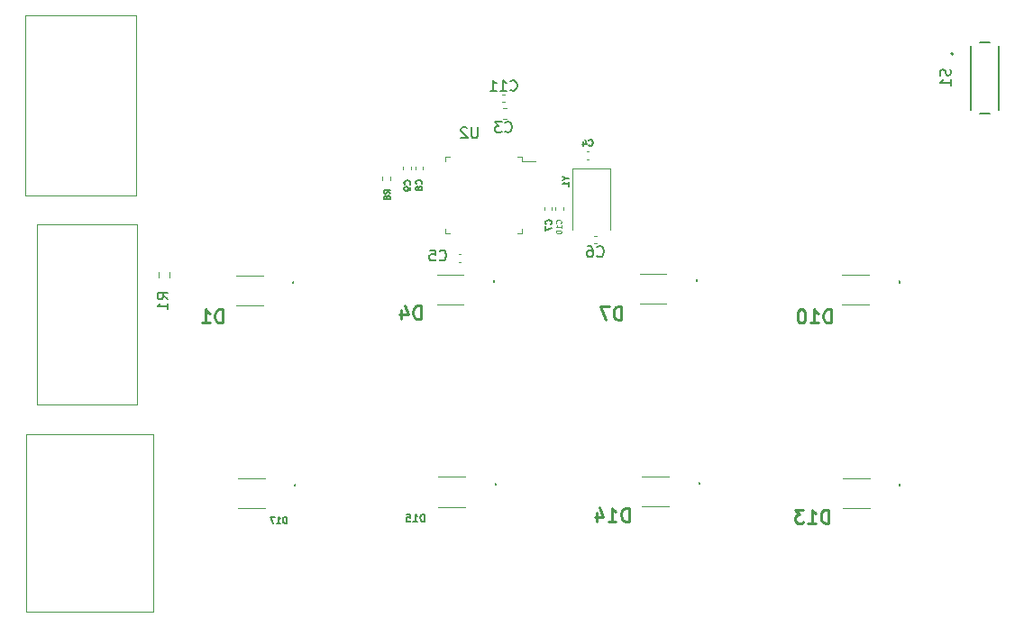
<source format=gbr>
%TF.GenerationSoftware,KiCad,Pcbnew,(6.0.10)*%
%TF.CreationDate,2023-03-05T14:49:45+05:30*%
%TF.ProjectId,keyboardv3,6b657962-6f61-4726-9476-332e6b696361,rev?*%
%TF.SameCoordinates,Original*%
%TF.FileFunction,Legend,Bot*%
%TF.FilePolarity,Positive*%
%FSLAX46Y46*%
G04 Gerber Fmt 4.6, Leading zero omitted, Abs format (unit mm)*
G04 Created by KiCad (PCBNEW (6.0.10)) date 2023-03-05 14:49:45*
%MOMM*%
%LPD*%
G01*
G04 APERTURE LIST*
%ADD10C,0.254000*%
%ADD11C,0.150000*%
%ADD12C,0.125000*%
%ADD13C,0.175000*%
%ADD14C,0.100000*%
%ADD15C,0.200000*%
%ADD16C,0.120000*%
%ADD17C,0.127000*%
G04 APERTURE END LIST*
D10*
%TO.C,D4*%
X69537380Y-63774523D02*
X69537380Y-62504523D01*
X69235000Y-62504523D01*
X69053571Y-62565000D01*
X68932619Y-62685952D01*
X68872142Y-62806904D01*
X68811666Y-63048809D01*
X68811666Y-63230238D01*
X68872142Y-63472142D01*
X68932619Y-63593095D01*
X69053571Y-63714047D01*
X69235000Y-63774523D01*
X69537380Y-63774523D01*
X67723095Y-62927857D02*
X67723095Y-63774523D01*
X68025476Y-62444047D02*
X68327857Y-63351190D01*
X67541666Y-63351190D01*
D11*
%TO.C,C8*%
X69594285Y-51080000D02*
X69622857Y-51051428D01*
X69651428Y-50965714D01*
X69651428Y-50908571D01*
X69622857Y-50822857D01*
X69565714Y-50765714D01*
X69508571Y-50737142D01*
X69394285Y-50708571D01*
X69308571Y-50708571D01*
X69194285Y-50737142D01*
X69137142Y-50765714D01*
X69080000Y-50822857D01*
X69051428Y-50908571D01*
X69051428Y-50965714D01*
X69080000Y-51051428D01*
X69108571Y-51080000D01*
X69308571Y-51422857D02*
X69280000Y-51365714D01*
X69251428Y-51337142D01*
X69194285Y-51308571D01*
X69165714Y-51308571D01*
X69108571Y-51337142D01*
X69080000Y-51365714D01*
X69051428Y-51422857D01*
X69051428Y-51537142D01*
X69080000Y-51594285D01*
X69108571Y-51622857D01*
X69165714Y-51651428D01*
X69194285Y-51651428D01*
X69251428Y-51622857D01*
X69280000Y-51594285D01*
X69308571Y-51537142D01*
X69308571Y-51422857D01*
X69337142Y-51365714D01*
X69365714Y-51337142D01*
X69422857Y-51308571D01*
X69537142Y-51308571D01*
X69594285Y-51337142D01*
X69622857Y-51365714D01*
X69651428Y-51422857D01*
X69651428Y-51537142D01*
X69622857Y-51594285D01*
X69594285Y-51622857D01*
X69537142Y-51651428D01*
X69422857Y-51651428D01*
X69365714Y-51622857D01*
X69337142Y-51594285D01*
X69308571Y-51537142D01*
D12*
%TO.C,C10*%
X82678571Y-54758571D02*
X82702380Y-54734761D01*
X82726190Y-54663333D01*
X82726190Y-54615714D01*
X82702380Y-54544285D01*
X82654761Y-54496666D01*
X82607142Y-54472857D01*
X82511904Y-54449047D01*
X82440476Y-54449047D01*
X82345238Y-54472857D01*
X82297619Y-54496666D01*
X82250000Y-54544285D01*
X82226190Y-54615714D01*
X82226190Y-54663333D01*
X82250000Y-54734761D01*
X82273809Y-54758571D01*
X82726190Y-55234761D02*
X82726190Y-54949047D01*
X82726190Y-55091904D02*
X82226190Y-55091904D01*
X82297619Y-55044285D01*
X82345238Y-54996666D01*
X82369047Y-54949047D01*
X82226190Y-55544285D02*
X82226190Y-55591904D01*
X82250000Y-55639523D01*
X82273809Y-55663333D01*
X82321428Y-55687142D01*
X82416666Y-55710952D01*
X82535714Y-55710952D01*
X82630952Y-55687142D01*
X82678571Y-55663333D01*
X82702380Y-55639523D01*
X82726190Y-55591904D01*
X82726190Y-55544285D01*
X82702380Y-55496666D01*
X82678571Y-55472857D01*
X82630952Y-55449047D01*
X82535714Y-55425238D01*
X82416666Y-55425238D01*
X82321428Y-55449047D01*
X82273809Y-55472857D01*
X82250000Y-55496666D01*
X82226190Y-55544285D01*
D11*
%TO.C,U2*%
X74871904Y-45742380D02*
X74871904Y-46551904D01*
X74824285Y-46647142D01*
X74776666Y-46694761D01*
X74681428Y-46742380D01*
X74490952Y-46742380D01*
X74395714Y-46694761D01*
X74348095Y-46647142D01*
X74300476Y-46551904D01*
X74300476Y-45742380D01*
X73871904Y-45837619D02*
X73824285Y-45790000D01*
X73729047Y-45742380D01*
X73490952Y-45742380D01*
X73395714Y-45790000D01*
X73348095Y-45837619D01*
X73300476Y-45932857D01*
X73300476Y-46028095D01*
X73348095Y-46170952D01*
X73919523Y-46742380D01*
X73300476Y-46742380D01*
D10*
%TO.C,D14*%
X89062142Y-82794523D02*
X89062142Y-81524523D01*
X88759761Y-81524523D01*
X88578333Y-81585000D01*
X88457380Y-81705952D01*
X88396904Y-81826904D01*
X88336428Y-82068809D01*
X88336428Y-82250238D01*
X88396904Y-82492142D01*
X88457380Y-82613095D01*
X88578333Y-82734047D01*
X88759761Y-82794523D01*
X89062142Y-82794523D01*
X87126904Y-82794523D02*
X87852619Y-82794523D01*
X87489761Y-82794523D02*
X87489761Y-81524523D01*
X87610714Y-81705952D01*
X87731666Y-81826904D01*
X87852619Y-81887380D01*
X86038333Y-81947857D02*
X86038333Y-82794523D01*
X86340714Y-81464047D02*
X86643095Y-82371190D01*
X85856904Y-82371190D01*
D11*
%TO.C,R1*%
X45782380Y-61913333D02*
X45306190Y-61580000D01*
X45782380Y-61341904D02*
X44782380Y-61341904D01*
X44782380Y-61722857D01*
X44830000Y-61818095D01*
X44877619Y-61865714D01*
X44972857Y-61913333D01*
X45115714Y-61913333D01*
X45210952Y-61865714D01*
X45258571Y-61818095D01*
X45306190Y-61722857D01*
X45306190Y-61341904D01*
X45782380Y-62865714D02*
X45782380Y-62294285D01*
X45782380Y-62580000D02*
X44782380Y-62580000D01*
X44925238Y-62484761D01*
X45020476Y-62389523D01*
X45068095Y-62294285D01*
%TO.C,C3*%
X77456666Y-46137142D02*
X77504285Y-46184761D01*
X77647142Y-46232380D01*
X77742380Y-46232380D01*
X77885238Y-46184761D01*
X77980476Y-46089523D01*
X78028095Y-45994285D01*
X78075714Y-45803809D01*
X78075714Y-45660952D01*
X78028095Y-45470476D01*
X77980476Y-45375238D01*
X77885238Y-45280000D01*
X77742380Y-45232380D01*
X77647142Y-45232380D01*
X77504285Y-45280000D01*
X77456666Y-45327619D01*
X77123333Y-45232380D02*
X76504285Y-45232380D01*
X76837619Y-45613333D01*
X76694761Y-45613333D01*
X76599523Y-45660952D01*
X76551904Y-45708571D01*
X76504285Y-45803809D01*
X76504285Y-46041904D01*
X76551904Y-46137142D01*
X76599523Y-46184761D01*
X76694761Y-46232380D01*
X76980476Y-46232380D01*
X77075714Y-46184761D01*
X77123333Y-46137142D01*
%TO.C,C5*%
X71286666Y-58197142D02*
X71334285Y-58244761D01*
X71477142Y-58292380D01*
X71572380Y-58292380D01*
X71715238Y-58244761D01*
X71810476Y-58149523D01*
X71858095Y-58054285D01*
X71905714Y-57863809D01*
X71905714Y-57720952D01*
X71858095Y-57530476D01*
X71810476Y-57435238D01*
X71715238Y-57340000D01*
X71572380Y-57292380D01*
X71477142Y-57292380D01*
X71334285Y-57340000D01*
X71286666Y-57387619D01*
X70381904Y-57292380D02*
X70858095Y-57292380D01*
X70905714Y-57768571D01*
X70858095Y-57720952D01*
X70762857Y-57673333D01*
X70524761Y-57673333D01*
X70429523Y-57720952D01*
X70381904Y-57768571D01*
X70334285Y-57863809D01*
X70334285Y-58101904D01*
X70381904Y-58197142D01*
X70429523Y-58244761D01*
X70524761Y-58292380D01*
X70762857Y-58292380D01*
X70858095Y-58244761D01*
X70905714Y-58197142D01*
%TO.C,C9*%
X68504285Y-51120000D02*
X68532857Y-51091428D01*
X68561428Y-51005714D01*
X68561428Y-50948571D01*
X68532857Y-50862857D01*
X68475714Y-50805714D01*
X68418571Y-50777142D01*
X68304285Y-50748571D01*
X68218571Y-50748571D01*
X68104285Y-50777142D01*
X68047142Y-50805714D01*
X67990000Y-50862857D01*
X67961428Y-50948571D01*
X67961428Y-51005714D01*
X67990000Y-51091428D01*
X68018571Y-51120000D01*
X68561428Y-51405714D02*
X68561428Y-51520000D01*
X68532857Y-51577142D01*
X68504285Y-51605714D01*
X68418571Y-51662857D01*
X68304285Y-51691428D01*
X68075714Y-51691428D01*
X68018571Y-51662857D01*
X67990000Y-51634285D01*
X67961428Y-51577142D01*
X67961428Y-51462857D01*
X67990000Y-51405714D01*
X68018571Y-51377142D01*
X68075714Y-51348571D01*
X68218571Y-51348571D01*
X68275714Y-51377142D01*
X68304285Y-51405714D01*
X68332857Y-51462857D01*
X68332857Y-51577142D01*
X68304285Y-51634285D01*
X68275714Y-51662857D01*
X68218571Y-51691428D01*
%TO.C,S1*%
X119254854Y-40297921D02*
X119302484Y-40440811D01*
X119302484Y-40678960D01*
X119254854Y-40774220D01*
X119207224Y-40821850D01*
X119111964Y-40869480D01*
X119016704Y-40869480D01*
X118921444Y-40821850D01*
X118873814Y-40774220D01*
X118826185Y-40678960D01*
X118778555Y-40488441D01*
X118730925Y-40393181D01*
X118683295Y-40345551D01*
X118588035Y-40297921D01*
X118492775Y-40297921D01*
X118397515Y-40345551D01*
X118349886Y-40393181D01*
X118302256Y-40488441D01*
X118302256Y-40726590D01*
X118349886Y-40869480D01*
X119302484Y-41822078D02*
X119302484Y-41250519D01*
X119302484Y-41536299D02*
X118302256Y-41536299D01*
X118445145Y-41441039D01*
X118540405Y-41345779D01*
X118588035Y-41250519D01*
%TO.C,D17*%
X56908571Y-82941428D02*
X56908571Y-82341428D01*
X56765714Y-82341428D01*
X56680000Y-82370000D01*
X56622857Y-82427142D01*
X56594285Y-82484285D01*
X56565714Y-82598571D01*
X56565714Y-82684285D01*
X56594285Y-82798571D01*
X56622857Y-82855714D01*
X56680000Y-82912857D01*
X56765714Y-82941428D01*
X56908571Y-82941428D01*
X55994285Y-82941428D02*
X56337142Y-82941428D01*
X56165714Y-82941428D02*
X56165714Y-82341428D01*
X56222857Y-82427142D01*
X56280000Y-82484285D01*
X56337142Y-82512857D01*
X55794285Y-82341428D02*
X55394285Y-82341428D01*
X55651428Y-82941428D01*
D10*
%TO.C,D1*%
X50907380Y-64124523D02*
X50907380Y-62854523D01*
X50605000Y-62854523D01*
X50423571Y-62915000D01*
X50302619Y-63035952D01*
X50242142Y-63156904D01*
X50181666Y-63398809D01*
X50181666Y-63580238D01*
X50242142Y-63822142D01*
X50302619Y-63943095D01*
X50423571Y-64064047D01*
X50605000Y-64124523D01*
X50907380Y-64124523D01*
X48972142Y-64124523D02*
X49697857Y-64124523D01*
X49335000Y-64124523D02*
X49335000Y-62854523D01*
X49455952Y-63035952D01*
X49576904Y-63156904D01*
X49697857Y-63217380D01*
D11*
%TO.C,R8*%
X66671428Y-51960000D02*
X66385714Y-51760000D01*
X66671428Y-51617142D02*
X66071428Y-51617142D01*
X66071428Y-51845714D01*
X66100000Y-51902857D01*
X66128571Y-51931428D01*
X66185714Y-51960000D01*
X66271428Y-51960000D01*
X66328571Y-51931428D01*
X66357142Y-51902857D01*
X66385714Y-51845714D01*
X66385714Y-51617142D01*
X66328571Y-52302857D02*
X66300000Y-52245714D01*
X66271428Y-52217142D01*
X66214285Y-52188571D01*
X66185714Y-52188571D01*
X66128571Y-52217142D01*
X66100000Y-52245714D01*
X66071428Y-52302857D01*
X66071428Y-52417142D01*
X66100000Y-52474285D01*
X66128571Y-52502857D01*
X66185714Y-52531428D01*
X66214285Y-52531428D01*
X66271428Y-52502857D01*
X66300000Y-52474285D01*
X66328571Y-52417142D01*
X66328571Y-52302857D01*
X66357142Y-52245714D01*
X66385714Y-52217142D01*
X66442857Y-52188571D01*
X66557142Y-52188571D01*
X66614285Y-52217142D01*
X66642857Y-52245714D01*
X66671428Y-52302857D01*
X66671428Y-52417142D01*
X66642857Y-52474285D01*
X66614285Y-52502857D01*
X66557142Y-52531428D01*
X66442857Y-52531428D01*
X66385714Y-52502857D01*
X66357142Y-52474285D01*
X66328571Y-52417142D01*
D10*
%TO.C,D13*%
X107832142Y-82944523D02*
X107832142Y-81674523D01*
X107529761Y-81674523D01*
X107348333Y-81735000D01*
X107227380Y-81855952D01*
X107166904Y-81976904D01*
X107106428Y-82218809D01*
X107106428Y-82400238D01*
X107166904Y-82642142D01*
X107227380Y-82763095D01*
X107348333Y-82884047D01*
X107529761Y-82944523D01*
X107832142Y-82944523D01*
X105896904Y-82944523D02*
X106622619Y-82944523D01*
X106259761Y-82944523D02*
X106259761Y-81674523D01*
X106380714Y-81855952D01*
X106501666Y-81976904D01*
X106622619Y-82037380D01*
X105473571Y-81674523D02*
X104687380Y-81674523D01*
X105110714Y-82158333D01*
X104929285Y-82158333D01*
X104808333Y-82218809D01*
X104747857Y-82279285D01*
X104687380Y-82400238D01*
X104687380Y-82702619D01*
X104747857Y-82823571D01*
X104808333Y-82884047D01*
X104929285Y-82944523D01*
X105292142Y-82944523D01*
X105413095Y-82884047D01*
X105473571Y-82823571D01*
D11*
%TO.C,C7*%
X81764285Y-54840000D02*
X81792857Y-54811428D01*
X81821428Y-54725714D01*
X81821428Y-54668571D01*
X81792857Y-54582857D01*
X81735714Y-54525714D01*
X81678571Y-54497142D01*
X81564285Y-54468571D01*
X81478571Y-54468571D01*
X81364285Y-54497142D01*
X81307142Y-54525714D01*
X81250000Y-54582857D01*
X81221428Y-54668571D01*
X81221428Y-54725714D01*
X81250000Y-54811428D01*
X81278571Y-54840000D01*
X81221428Y-55040000D02*
X81221428Y-55440000D01*
X81821428Y-55182857D01*
%TO.C,Y1*%
X83185714Y-50554285D02*
X83471428Y-50554285D01*
X82871428Y-50354285D02*
X83185714Y-50554285D01*
X82871428Y-50754285D01*
X83471428Y-51268571D02*
X83471428Y-50925714D01*
X83471428Y-51097142D02*
X82871428Y-51097142D01*
X82957142Y-51040000D01*
X83014285Y-50982857D01*
X83042857Y-50925714D01*
%TO.C,C4*%
X85320000Y-47444285D02*
X85348571Y-47472857D01*
X85434285Y-47501428D01*
X85491428Y-47501428D01*
X85577142Y-47472857D01*
X85634285Y-47415714D01*
X85662857Y-47358571D01*
X85691428Y-47244285D01*
X85691428Y-47158571D01*
X85662857Y-47044285D01*
X85634285Y-46987142D01*
X85577142Y-46930000D01*
X85491428Y-46901428D01*
X85434285Y-46901428D01*
X85348571Y-46930000D01*
X85320000Y-46958571D01*
X84805714Y-47101428D02*
X84805714Y-47501428D01*
X84948571Y-46872857D02*
X85091428Y-47301428D01*
X84720000Y-47301428D01*
%TO.C,C11*%
X77952857Y-42227142D02*
X78000476Y-42274761D01*
X78143333Y-42322380D01*
X78238571Y-42322380D01*
X78381428Y-42274761D01*
X78476666Y-42179523D01*
X78524285Y-42084285D01*
X78571904Y-41893809D01*
X78571904Y-41750952D01*
X78524285Y-41560476D01*
X78476666Y-41465238D01*
X78381428Y-41370000D01*
X78238571Y-41322380D01*
X78143333Y-41322380D01*
X78000476Y-41370000D01*
X77952857Y-41417619D01*
X77000476Y-42322380D02*
X77571904Y-42322380D01*
X77286190Y-42322380D02*
X77286190Y-41322380D01*
X77381428Y-41465238D01*
X77476666Y-41560476D01*
X77571904Y-41608095D01*
X76048095Y-42322380D02*
X76619523Y-42322380D01*
X76333809Y-42322380D02*
X76333809Y-41322380D01*
X76429047Y-41465238D01*
X76524285Y-41560476D01*
X76619523Y-41608095D01*
D10*
%TO.C,D10*%
X108052142Y-64124523D02*
X108052142Y-62854523D01*
X107749761Y-62854523D01*
X107568333Y-62915000D01*
X107447380Y-63035952D01*
X107386904Y-63156904D01*
X107326428Y-63398809D01*
X107326428Y-63580238D01*
X107386904Y-63822142D01*
X107447380Y-63943095D01*
X107568333Y-64064047D01*
X107749761Y-64124523D01*
X108052142Y-64124523D01*
X106116904Y-64124523D02*
X106842619Y-64124523D01*
X106479761Y-64124523D02*
X106479761Y-62854523D01*
X106600714Y-63035952D01*
X106721666Y-63156904D01*
X106842619Y-63217380D01*
X105330714Y-62854523D02*
X105209761Y-62854523D01*
X105088809Y-62915000D01*
X105028333Y-62975476D01*
X104967857Y-63096428D01*
X104907380Y-63338333D01*
X104907380Y-63640714D01*
X104967857Y-63882619D01*
X105028333Y-64003571D01*
X105088809Y-64064047D01*
X105209761Y-64124523D01*
X105330714Y-64124523D01*
X105451666Y-64064047D01*
X105512142Y-64003571D01*
X105572619Y-63882619D01*
X105633095Y-63640714D01*
X105633095Y-63338333D01*
X105572619Y-63096428D01*
X105512142Y-62975476D01*
X105451666Y-62915000D01*
X105330714Y-62854523D01*
D13*
%TO.C,D15*%
X69890000Y-82796666D02*
X69890000Y-82096666D01*
X69723333Y-82096666D01*
X69623333Y-82130000D01*
X69556666Y-82196666D01*
X69523333Y-82263333D01*
X69490000Y-82396666D01*
X69490000Y-82496666D01*
X69523333Y-82630000D01*
X69556666Y-82696666D01*
X69623333Y-82763333D01*
X69723333Y-82796666D01*
X69890000Y-82796666D01*
X68823333Y-82796666D02*
X69223333Y-82796666D01*
X69023333Y-82796666D02*
X69023333Y-82096666D01*
X69090000Y-82196666D01*
X69156666Y-82263333D01*
X69223333Y-82296666D01*
X68190000Y-82096666D02*
X68523333Y-82096666D01*
X68556666Y-82430000D01*
X68523333Y-82396666D01*
X68456666Y-82363333D01*
X68290000Y-82363333D01*
X68223333Y-82396666D01*
X68190000Y-82430000D01*
X68156666Y-82496666D01*
X68156666Y-82663333D01*
X68190000Y-82730000D01*
X68223333Y-82763333D01*
X68290000Y-82796666D01*
X68456666Y-82796666D01*
X68523333Y-82763333D01*
X68556666Y-82730000D01*
D11*
%TO.C,C6*%
X86096666Y-57827142D02*
X86144285Y-57874761D01*
X86287142Y-57922380D01*
X86382380Y-57922380D01*
X86525238Y-57874761D01*
X86620476Y-57779523D01*
X86668095Y-57684285D01*
X86715714Y-57493809D01*
X86715714Y-57350952D01*
X86668095Y-57160476D01*
X86620476Y-57065238D01*
X86525238Y-56970000D01*
X86382380Y-56922380D01*
X86287142Y-56922380D01*
X86144285Y-56970000D01*
X86096666Y-57017619D01*
X85239523Y-56922380D02*
X85430000Y-56922380D01*
X85525238Y-56970000D01*
X85572857Y-57017619D01*
X85668095Y-57160476D01*
X85715714Y-57350952D01*
X85715714Y-57731904D01*
X85668095Y-57827142D01*
X85620476Y-57874761D01*
X85525238Y-57922380D01*
X85334761Y-57922380D01*
X85239523Y-57874761D01*
X85191904Y-57827142D01*
X85144285Y-57731904D01*
X85144285Y-57493809D01*
X85191904Y-57398571D01*
X85239523Y-57350952D01*
X85334761Y-57303333D01*
X85525238Y-57303333D01*
X85620476Y-57350952D01*
X85668095Y-57398571D01*
X85715714Y-57493809D01*
D10*
%TO.C,D7*%
X88357380Y-63854523D02*
X88357380Y-62584523D01*
X88055000Y-62584523D01*
X87873571Y-62645000D01*
X87752619Y-62765952D01*
X87692142Y-62886904D01*
X87631666Y-63128809D01*
X87631666Y-63310238D01*
X87692142Y-63552142D01*
X87752619Y-63673095D01*
X87873571Y-63794047D01*
X88055000Y-63854523D01*
X88357380Y-63854523D01*
X87208333Y-62584523D02*
X86361666Y-62584523D01*
X86905952Y-63854523D01*
D14*
%TO.C,D4*%
X71045000Y-59570000D02*
X71045000Y-59570000D01*
X73545000Y-59570000D02*
X73545000Y-59570000D01*
D15*
X76395000Y-60270000D02*
X76395000Y-60270000D01*
D14*
X71045000Y-62370000D02*
X73545000Y-62370000D01*
D15*
X76395000Y-60170000D02*
X76395000Y-60170000D01*
D14*
X73545000Y-62370000D02*
X71045000Y-62370000D01*
D15*
X76395000Y-60270000D02*
X76395000Y-60270000D01*
D14*
X71045000Y-59570000D02*
X73545000Y-59570000D01*
X73545000Y-62370000D02*
X73545000Y-62370000D01*
X73545000Y-59570000D02*
X71045000Y-59570000D01*
X71045000Y-62370000D02*
X71045000Y-62370000D01*
D15*
X76395000Y-60170000D02*
G75*
G03*
X76395000Y-60270000I0J-50000D01*
G01*
X76395000Y-60270000D02*
G75*
G03*
X76395000Y-60170000I0J50000D01*
G01*
X76395000Y-60170000D02*
G75*
G03*
X76395000Y-60270000I0J-50000D01*
G01*
D16*
%TO.C,J5*%
X44380894Y-74603752D02*
X32439002Y-74603752D01*
X32439002Y-74603752D02*
X32439002Y-91247403D01*
X32439002Y-91247403D02*
X44380894Y-91247403D01*
X44380894Y-91247403D02*
X44380894Y-74603752D01*
%TO.C,J3*%
X42823804Y-35252263D02*
X32356196Y-35252263D01*
X32356196Y-35252263D02*
X32356196Y-52167737D01*
X32356196Y-52167737D02*
X42823804Y-52167737D01*
X42823804Y-52167737D02*
X42823804Y-35252263D01*
%TO.C,J4*%
X42847508Y-54839127D02*
X33457030Y-54839127D01*
X33457030Y-54839127D02*
X33457030Y-71815895D01*
X33457030Y-71815895D02*
X42847508Y-71815895D01*
X42847508Y-71815895D02*
X42847508Y-54839127D01*
%TO.C,C8*%
X69020000Y-49472164D02*
X69020000Y-49687836D01*
X69740000Y-49472164D02*
X69740000Y-49687836D01*
%TO.C,C10*%
X82160000Y-53487836D02*
X82160000Y-53272164D01*
X82880000Y-53487836D02*
X82880000Y-53272164D01*
%TO.C,U2*%
X71820000Y-55740000D02*
X71820000Y-55290000D01*
X71820000Y-48520000D02*
X71820000Y-48970000D01*
X72270000Y-55740000D02*
X71820000Y-55740000D01*
X72270000Y-48520000D02*
X71820000Y-48520000D01*
X79040000Y-48970000D02*
X80330000Y-48970000D01*
X79040000Y-48520000D02*
X79040000Y-48970000D01*
X78590000Y-48520000D02*
X79040000Y-48520000D01*
X78590000Y-55740000D02*
X79040000Y-55740000D01*
X79040000Y-55740000D02*
X79040000Y-55290000D01*
D14*
%TO.C,D14*%
X90315000Y-81390000D02*
X92815000Y-81390000D01*
X90315000Y-81390000D02*
X90315000Y-81390000D01*
X92815000Y-81390000D02*
X90315000Y-81390000D01*
D15*
X95665000Y-79290000D02*
X95665000Y-79290000D01*
D14*
X90315000Y-78590000D02*
X90315000Y-78590000D01*
X90315000Y-78590000D02*
X92815000Y-78590000D01*
X92815000Y-81390000D02*
X92815000Y-81390000D01*
D15*
X95665000Y-79290000D02*
X95665000Y-79290000D01*
D14*
X92815000Y-78590000D02*
X92815000Y-78590000D01*
D15*
X95665000Y-79190000D02*
X95665000Y-79190000D01*
D14*
X92815000Y-78590000D02*
X90315000Y-78590000D01*
D15*
X95665000Y-79290000D02*
G75*
G03*
X95665000Y-79190000I0J50000D01*
G01*
X95665000Y-79190000D02*
G75*
G03*
X95665000Y-79290000I0J-50000D01*
G01*
X95665000Y-79190000D02*
G75*
G03*
X95665000Y-79290000I0J-50000D01*
G01*
D16*
%TO.C,R1*%
X45932500Y-59352742D02*
X45932500Y-59827258D01*
X44887500Y-59352742D02*
X44887500Y-59827258D01*
%TO.C,C3*%
X77570580Y-43950000D02*
X77289420Y-43950000D01*
X77570580Y-44970000D02*
X77289420Y-44970000D01*
%TO.C,C5*%
X73072164Y-58400000D02*
X73287836Y-58400000D01*
X73072164Y-57680000D02*
X73287836Y-57680000D01*
%TO.C,C9*%
X67880000Y-49482164D02*
X67880000Y-49697836D01*
X68600000Y-49482164D02*
X68600000Y-49697836D01*
D17*
%TO.C,S1*%
X122000000Y-37740000D02*
X123000000Y-37740000D01*
X122000000Y-44440000D02*
X123000000Y-44440000D01*
X123850000Y-38090000D02*
X123850000Y-44090000D01*
X121150000Y-38090000D02*
X121150000Y-44090000D01*
D15*
X119550000Y-38840000D02*
G75*
G03*
X119550000Y-38840000I-100000J0D01*
G01*
%TO.C,D17*%
X57725000Y-79350000D02*
X57725000Y-79350000D01*
D14*
X52375000Y-81550000D02*
X52375000Y-81550000D01*
X52375000Y-81550000D02*
X54875000Y-81550000D01*
X54875000Y-81550000D02*
X54875000Y-81550000D01*
D15*
X57725000Y-79450000D02*
X57725000Y-79450000D01*
D14*
X54875000Y-81550000D02*
X52375000Y-81550000D01*
X54875000Y-78750000D02*
X52375000Y-78750000D01*
X52375000Y-78750000D02*
X54875000Y-78750000D01*
D15*
X57725000Y-79450000D02*
X57725000Y-79450000D01*
D14*
X54875000Y-78750000D02*
X54875000Y-78750000D01*
X52375000Y-78750000D02*
X52375000Y-78750000D01*
D15*
X57725000Y-79350000D02*
G75*
G03*
X57725000Y-79450000I0J-50000D01*
G01*
X57725000Y-79350000D02*
G75*
G03*
X57725000Y-79450000I0J-50000D01*
G01*
X57725000Y-79450000D02*
G75*
G03*
X57725000Y-79350000I0J50000D01*
G01*
D14*
%TO.C,D1*%
X54700000Y-62500000D02*
X54700000Y-62500000D01*
D15*
X57550000Y-60400000D02*
X57550000Y-60400000D01*
D14*
X52200000Y-59700000D02*
X52200000Y-59700000D01*
X54700000Y-59700000D02*
X52200000Y-59700000D01*
X52200000Y-59700000D02*
X54700000Y-59700000D01*
D15*
X57550000Y-60300000D02*
X57550000Y-60300000D01*
D14*
X54700000Y-59700000D02*
X54700000Y-59700000D01*
X54700000Y-62500000D02*
X52200000Y-62500000D01*
X52200000Y-62500000D02*
X54700000Y-62500000D01*
X52200000Y-62500000D02*
X52200000Y-62500000D01*
D15*
X57550000Y-60400000D02*
X57550000Y-60400000D01*
X57550000Y-60400000D02*
G75*
G03*
X57550000Y-60300000I0J50000D01*
G01*
X57550000Y-60300000D02*
G75*
G03*
X57550000Y-60400000I0J-50000D01*
G01*
X57550000Y-60300000D02*
G75*
G03*
X57550000Y-60400000I0J-50000D01*
G01*
D16*
%TO.C,R8*%
X66660000Y-50406359D02*
X66660000Y-50713641D01*
X65900000Y-50406359D02*
X65900000Y-50713641D01*
D15*
%TO.C,D13*%
X114520000Y-79410000D02*
X114520000Y-79410000D01*
X114520000Y-79310000D02*
X114520000Y-79310000D01*
D14*
X111670000Y-78710000D02*
X111670000Y-78710000D01*
X109170000Y-78710000D02*
X109170000Y-78710000D01*
X109170000Y-81510000D02*
X109170000Y-81510000D01*
X109170000Y-78710000D02*
X111670000Y-78710000D01*
D15*
X114520000Y-79410000D02*
X114520000Y-79410000D01*
D14*
X111670000Y-78710000D02*
X109170000Y-78710000D01*
X109170000Y-81510000D02*
X111670000Y-81510000D01*
X111670000Y-81510000D02*
X109170000Y-81510000D01*
D15*
X114520000Y-79310000D02*
G75*
G03*
X114520000Y-79410000I0J-50000D01*
G01*
X114520000Y-79410000D02*
G75*
G03*
X114520000Y-79310000I0J50000D01*
G01*
X114520000Y-79310000D02*
G75*
G03*
X114520000Y-79410000I0J-50000D01*
G01*
D16*
%TO.C,C7*%
X81120000Y-53477836D02*
X81120000Y-53262164D01*
X81840000Y-53477836D02*
X81840000Y-53262164D01*
%TO.C,Y1*%
X83730000Y-49610000D02*
X87330000Y-49610000D01*
X83730000Y-55360000D02*
X83730000Y-49610000D01*
X87330000Y-49610000D02*
X87330000Y-55360000D01*
%TO.C,C4*%
X85327836Y-48030000D02*
X85112164Y-48030000D01*
X85327836Y-48750000D02*
X85112164Y-48750000D01*
%TO.C,C11*%
X77417836Y-42670000D02*
X77202164Y-42670000D01*
X77417836Y-43390000D02*
X77202164Y-43390000D01*
D15*
%TO.C,D10*%
X114470000Y-60330000D02*
X114470000Y-60330000D01*
D14*
X109120000Y-62430000D02*
X109120000Y-62430000D01*
X111620000Y-62430000D02*
X111620000Y-62430000D01*
X109120000Y-62430000D02*
X111620000Y-62430000D01*
D15*
X114470000Y-60230000D02*
X114470000Y-60230000D01*
D14*
X111620000Y-59630000D02*
X111620000Y-59630000D01*
X109120000Y-59630000D02*
X109120000Y-59630000D01*
X109120000Y-59630000D02*
X111620000Y-59630000D01*
D15*
X114470000Y-60330000D02*
X114470000Y-60330000D01*
X114470000Y-60230000D02*
G75*
G03*
X114470000Y-60330000I0J-50000D01*
G01*
X114470000Y-60330000D02*
G75*
G03*
X114470000Y-60230000I0J50000D01*
G01*
X114470000Y-60230000D02*
G75*
G03*
X114470000Y-60330000I0J-50000D01*
G01*
D14*
%TO.C,D15*%
X73680000Y-81410000D02*
X71180000Y-81410000D01*
X71180000Y-81410000D02*
X71180000Y-81410000D01*
X73680000Y-78610000D02*
X73680000Y-78610000D01*
D15*
X76530000Y-79310000D02*
X76530000Y-79310000D01*
D14*
X71180000Y-78610000D02*
X73680000Y-78610000D01*
D15*
X76530000Y-79310000D02*
X76530000Y-79310000D01*
D14*
X71180000Y-78610000D02*
X71180000Y-78610000D01*
X73680000Y-78610000D02*
X71180000Y-78610000D01*
D15*
X76530000Y-79210000D02*
X76530000Y-79210000D01*
D14*
X71180000Y-81410000D02*
X73680000Y-81410000D01*
X73680000Y-81410000D02*
X73680000Y-81410000D01*
D15*
X76530000Y-79210000D02*
G75*
G03*
X76530000Y-79310000I0J-50000D01*
G01*
X76530000Y-79310000D02*
G75*
G03*
X76530000Y-79210000I0J50000D01*
G01*
X76530000Y-79210000D02*
G75*
G03*
X76530000Y-79310000I0J-50000D01*
G01*
D16*
%TO.C,C6*%
X86027836Y-56680000D02*
X85812164Y-56680000D01*
X86027836Y-55960000D02*
X85812164Y-55960000D01*
D14*
%TO.C,D7*%
X90090000Y-59480000D02*
X92590000Y-59480000D01*
X90090000Y-62280000D02*
X90090000Y-62280000D01*
X92590000Y-59480000D02*
X92590000Y-59480000D01*
X92590000Y-62280000D02*
X90090000Y-62280000D01*
X92590000Y-62280000D02*
X92590000Y-62280000D01*
D15*
X95440000Y-60180000D02*
X95440000Y-60180000D01*
X95440000Y-60180000D02*
X95440000Y-60180000D01*
X95440000Y-60080000D02*
X95440000Y-60080000D01*
D14*
X90090000Y-62280000D02*
X92590000Y-62280000D01*
X92590000Y-59480000D02*
X90090000Y-59480000D01*
X90090000Y-59480000D02*
X90090000Y-59480000D01*
D15*
X95440000Y-60080000D02*
G75*
G03*
X95440000Y-60180000I0J-50000D01*
G01*
X95440000Y-60180000D02*
G75*
G03*
X95440000Y-60080000I0J50000D01*
G01*
X95440000Y-60080000D02*
G75*
G03*
X95440000Y-60180000I0J-50000D01*
G01*
%TD*%
M02*

</source>
